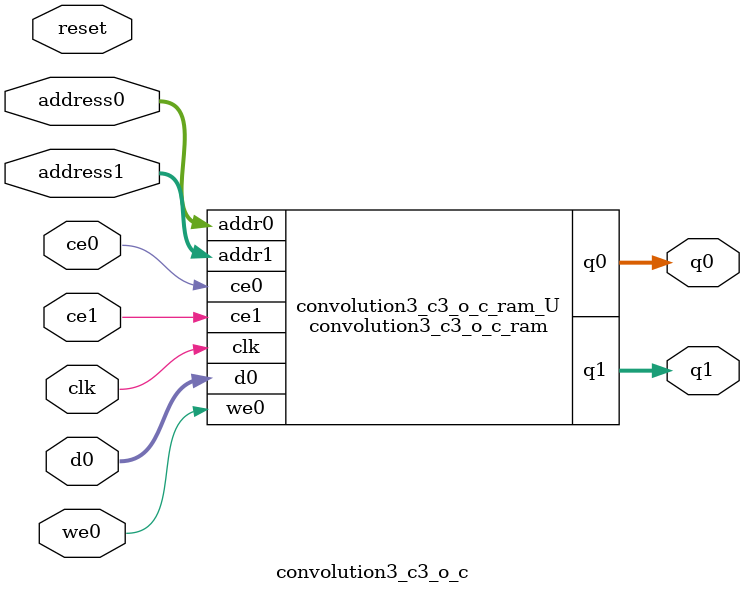
<source format=v>

`timescale 1 ns / 1 ps
module convolution3_c3_o_c_ram (addr0, ce0, d0, we0, q0, addr1, ce1, q1,  clk);

parameter DWIDTH = 32;
parameter AWIDTH = 9;
parameter MEM_SIZE = 400;

input[AWIDTH-1:0] addr0;
input ce0;
input[DWIDTH-1:0] d0;
input we0;
output reg[DWIDTH-1:0] q0;
input[AWIDTH-1:0] addr1;
input ce1;
output reg[DWIDTH-1:0] q1;
input clk;

(* ram_style = "block" *)reg [DWIDTH-1:0] ram[0:MEM_SIZE-1];




always @(posedge clk)  
begin 
    if (ce0) 
    begin
        if (we0) 
        begin 
            ram[addr0] <= d0; 
            q0 <= d0;
        end 
        else 
            q0 <= ram[addr0];
    end
end


always @(posedge clk)  
begin 
    if (ce1) 
    begin
            q1 <= ram[addr1];
    end
end


endmodule


`timescale 1 ns / 1 ps
module convolution3_c3_o_c(
    reset,
    clk,
    address0,
    ce0,
    we0,
    d0,
    q0,
    address1,
    ce1,
    q1);

parameter DataWidth = 32'd32;
parameter AddressRange = 32'd400;
parameter AddressWidth = 32'd9;
input reset;
input clk;
input[AddressWidth - 1:0] address0;
input ce0;
input we0;
input[DataWidth - 1:0] d0;
output[DataWidth - 1:0] q0;
input[AddressWidth - 1:0] address1;
input ce1;
output[DataWidth - 1:0] q1;



convolution3_c3_o_c_ram convolution3_c3_o_c_ram_U(
    .clk( clk ),
    .addr0( address0 ),
    .ce0( ce0 ),
    .d0( d0 ),
    .we0( we0 ),
    .q0( q0 ),
    .addr1( address1 ),
    .ce1( ce1 ),
    .q1( q1 ));

endmodule


</source>
